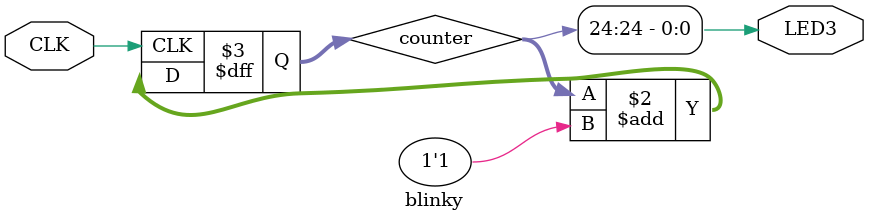
<source format=v>
module blinky
    #(parameter N = 25)

    ( 
      CLK, 
      LED3
    );


    input wire CLK;
    output wire LED3;

    reg	[N-1:0]	counter;

    always @(posedge CLK)
        counter <= counter + 1'b1;
    assign LED3 = counter[N-1];

endmodule

</source>
